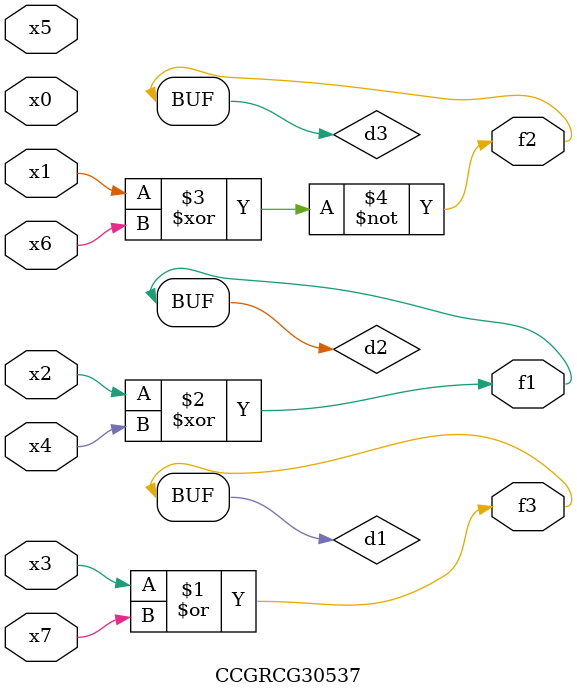
<source format=v>
module CCGRCG30537(
	input x0, x1, x2, x3, x4, x5, x6, x7,
	output f1, f2, f3
);

	wire d1, d2, d3;

	or (d1, x3, x7);
	xor (d2, x2, x4);
	xnor (d3, x1, x6);
	assign f1 = d2;
	assign f2 = d3;
	assign f3 = d1;
endmodule

</source>
